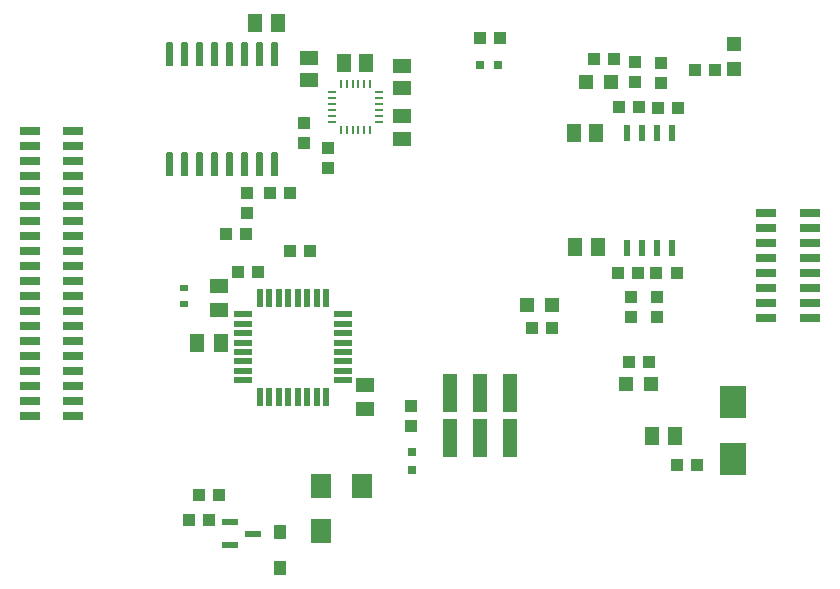
<source format=gbr>
G04 EAGLE Gerber RS-274X export*
G75*
%MOMM*%
%FSLAX34Y34*%
%LPD*%
%INSolderpaste Top*%
%IPPOS*%
%AMOC8*
5,1,8,0,0,1.08239X$1,22.5*%
G01*
%ADD10R,1.300000X1.500000*%
%ADD11R,1.500000X1.300000*%
%ADD12R,1.700000X2.100000*%
%ADD13R,1.000000X1.100000*%
%ADD14R,1.100000X1.000000*%
%ADD15R,0.560800X1.461200*%
%ADD16C,0.147500*%
%ADD17R,0.260000X0.790000*%
%ADD18R,0.790000X0.260000*%
%ADD19R,1.500000X0.550000*%
%ADD20R,0.550000X1.500000*%
%ADD21R,1.600000X1.300000*%
%ADD22R,1.300000X1.600000*%
%ADD23R,0.800000X0.600000*%
%ADD24R,2.200000X2.800000*%
%ADD25R,1.676400X0.736600*%
%ADD26R,1.120000X1.240000*%
%ADD27R,1.430000X0.600000*%
%ADD28R,1.270000X3.180000*%
%ADD29R,0.800000X0.800000*%
%ADD30R,1.200000X1.200000*%


D10*
X677110Y286485D03*
X658110Y286485D03*
X675858Y382584D03*
X656858Y382584D03*
X387059Y475723D03*
X406059Y475723D03*
X461920Y442240D03*
X480920Y442240D03*
D11*
X511081Y377718D03*
X511081Y396718D03*
X432786Y446426D03*
X432786Y427426D03*
X511234Y439608D03*
X511234Y420608D03*
D12*
X477281Y83489D03*
X442281Y45489D03*
X442281Y83489D03*
D13*
X379455Y297422D03*
X362455Y297422D03*
X416200Y282673D03*
X433200Y282673D03*
X743733Y263934D03*
X726733Y263934D03*
X694295Y264127D03*
X711295Y264127D03*
X694981Y404400D03*
X711981Y404400D03*
X745142Y404081D03*
X728142Y404081D03*
D14*
X704893Y226633D03*
X704893Y243633D03*
X726877Y226642D03*
X726877Y243642D03*
X708398Y425639D03*
X708398Y442639D03*
X730571Y425294D03*
X730571Y442294D03*
X380271Y332097D03*
X380271Y315097D03*
D13*
X399561Y332095D03*
X416561Y332095D03*
D14*
X428155Y374088D03*
X428155Y391088D03*
X448712Y353321D03*
X448712Y370321D03*
D13*
X331091Y54828D03*
X348091Y54828D03*
D15*
X701648Y285201D03*
X714348Y285201D03*
X727048Y285201D03*
X739748Y285201D03*
X739748Y382801D03*
X727048Y382801D03*
X714348Y382801D03*
X701648Y382801D03*
D16*
X401258Y440043D02*
X401258Y459069D01*
X405684Y459069D01*
X405684Y440043D01*
X401258Y440043D01*
X401258Y441444D02*
X405684Y441444D01*
X405684Y442845D02*
X401258Y442845D01*
X401258Y444246D02*
X405684Y444246D01*
X405684Y445647D02*
X401258Y445647D01*
X401258Y447048D02*
X405684Y447048D01*
X405684Y448449D02*
X401258Y448449D01*
X401258Y449850D02*
X405684Y449850D01*
X405684Y451251D02*
X401258Y451251D01*
X401258Y452652D02*
X405684Y452652D01*
X405684Y454053D02*
X401258Y454053D01*
X401258Y455454D02*
X405684Y455454D01*
X405684Y456855D02*
X401258Y456855D01*
X401258Y458256D02*
X405684Y458256D01*
X388558Y459069D02*
X388558Y440043D01*
X388558Y459069D02*
X392984Y459069D01*
X392984Y440043D01*
X388558Y440043D01*
X388558Y441444D02*
X392984Y441444D01*
X392984Y442845D02*
X388558Y442845D01*
X388558Y444246D02*
X392984Y444246D01*
X392984Y445647D02*
X388558Y445647D01*
X388558Y447048D02*
X392984Y447048D01*
X392984Y448449D02*
X388558Y448449D01*
X388558Y449850D02*
X392984Y449850D01*
X392984Y451251D02*
X388558Y451251D01*
X388558Y452652D02*
X392984Y452652D01*
X392984Y454053D02*
X388558Y454053D01*
X388558Y455454D02*
X392984Y455454D01*
X392984Y456855D02*
X388558Y456855D01*
X388558Y458256D02*
X392984Y458256D01*
X375858Y459069D02*
X375858Y440043D01*
X375858Y459069D02*
X380284Y459069D01*
X380284Y440043D01*
X375858Y440043D01*
X375858Y441444D02*
X380284Y441444D01*
X380284Y442845D02*
X375858Y442845D01*
X375858Y444246D02*
X380284Y444246D01*
X380284Y445647D02*
X375858Y445647D01*
X375858Y447048D02*
X380284Y447048D01*
X380284Y448449D02*
X375858Y448449D01*
X375858Y449850D02*
X380284Y449850D01*
X380284Y451251D02*
X375858Y451251D01*
X375858Y452652D02*
X380284Y452652D01*
X380284Y454053D02*
X375858Y454053D01*
X375858Y455454D02*
X380284Y455454D01*
X380284Y456855D02*
X375858Y456855D01*
X375858Y458256D02*
X380284Y458256D01*
X363158Y459069D02*
X363158Y440043D01*
X363158Y459069D02*
X367584Y459069D01*
X367584Y440043D01*
X363158Y440043D01*
X363158Y441444D02*
X367584Y441444D01*
X367584Y442845D02*
X363158Y442845D01*
X363158Y444246D02*
X367584Y444246D01*
X367584Y445647D02*
X363158Y445647D01*
X363158Y447048D02*
X367584Y447048D01*
X367584Y448449D02*
X363158Y448449D01*
X363158Y449850D02*
X367584Y449850D01*
X367584Y451251D02*
X363158Y451251D01*
X363158Y452652D02*
X367584Y452652D01*
X367584Y454053D02*
X363158Y454053D01*
X363158Y455454D02*
X367584Y455454D01*
X367584Y456855D02*
X363158Y456855D01*
X363158Y458256D02*
X367584Y458256D01*
X350458Y459069D02*
X350458Y440043D01*
X350458Y459069D02*
X354884Y459069D01*
X354884Y440043D01*
X350458Y440043D01*
X350458Y441444D02*
X354884Y441444D01*
X354884Y442845D02*
X350458Y442845D01*
X350458Y444246D02*
X354884Y444246D01*
X354884Y445647D02*
X350458Y445647D01*
X350458Y447048D02*
X354884Y447048D01*
X354884Y448449D02*
X350458Y448449D01*
X350458Y449850D02*
X354884Y449850D01*
X354884Y451251D02*
X350458Y451251D01*
X350458Y452652D02*
X354884Y452652D01*
X354884Y454053D02*
X350458Y454053D01*
X350458Y455454D02*
X354884Y455454D01*
X354884Y456855D02*
X350458Y456855D01*
X350458Y458256D02*
X354884Y458256D01*
X337758Y459069D02*
X337758Y440043D01*
X337758Y459069D02*
X342184Y459069D01*
X342184Y440043D01*
X337758Y440043D01*
X337758Y441444D02*
X342184Y441444D01*
X342184Y442845D02*
X337758Y442845D01*
X337758Y444246D02*
X342184Y444246D01*
X342184Y445647D02*
X337758Y445647D01*
X337758Y447048D02*
X342184Y447048D01*
X342184Y448449D02*
X337758Y448449D01*
X337758Y449850D02*
X342184Y449850D01*
X342184Y451251D02*
X337758Y451251D01*
X337758Y452652D02*
X342184Y452652D01*
X342184Y454053D02*
X337758Y454053D01*
X337758Y455454D02*
X342184Y455454D01*
X342184Y456855D02*
X337758Y456855D01*
X337758Y458256D02*
X342184Y458256D01*
X325058Y459069D02*
X325058Y440043D01*
X325058Y459069D02*
X329484Y459069D01*
X329484Y440043D01*
X325058Y440043D01*
X325058Y441444D02*
X329484Y441444D01*
X329484Y442845D02*
X325058Y442845D01*
X325058Y444246D02*
X329484Y444246D01*
X329484Y445647D02*
X325058Y445647D01*
X325058Y447048D02*
X329484Y447048D01*
X329484Y448449D02*
X325058Y448449D01*
X325058Y449850D02*
X329484Y449850D01*
X329484Y451251D02*
X325058Y451251D01*
X325058Y452652D02*
X329484Y452652D01*
X329484Y454053D02*
X325058Y454053D01*
X325058Y455454D02*
X329484Y455454D01*
X329484Y456855D02*
X325058Y456855D01*
X325058Y458256D02*
X329484Y458256D01*
X312358Y459069D02*
X312358Y440043D01*
X312358Y459069D02*
X316784Y459069D01*
X316784Y440043D01*
X312358Y440043D01*
X312358Y441444D02*
X316784Y441444D01*
X316784Y442845D02*
X312358Y442845D01*
X312358Y444246D02*
X316784Y444246D01*
X316784Y445647D02*
X312358Y445647D01*
X312358Y447048D02*
X316784Y447048D01*
X316784Y448449D02*
X312358Y448449D01*
X312358Y449850D02*
X316784Y449850D01*
X316784Y451251D02*
X312358Y451251D01*
X312358Y452652D02*
X316784Y452652D01*
X316784Y454053D02*
X312358Y454053D01*
X312358Y455454D02*
X316784Y455454D01*
X316784Y456855D02*
X312358Y456855D01*
X312358Y458256D02*
X316784Y458256D01*
X312358Y365969D02*
X312358Y346943D01*
X312358Y365969D02*
X316784Y365969D01*
X316784Y346943D01*
X312358Y346943D01*
X312358Y348344D02*
X316784Y348344D01*
X316784Y349745D02*
X312358Y349745D01*
X312358Y351146D02*
X316784Y351146D01*
X316784Y352547D02*
X312358Y352547D01*
X312358Y353948D02*
X316784Y353948D01*
X316784Y355349D02*
X312358Y355349D01*
X312358Y356750D02*
X316784Y356750D01*
X316784Y358151D02*
X312358Y358151D01*
X312358Y359552D02*
X316784Y359552D01*
X316784Y360953D02*
X312358Y360953D01*
X312358Y362354D02*
X316784Y362354D01*
X316784Y363755D02*
X312358Y363755D01*
X312358Y365156D02*
X316784Y365156D01*
X325058Y365969D02*
X325058Y346943D01*
X325058Y365969D02*
X329484Y365969D01*
X329484Y346943D01*
X325058Y346943D01*
X325058Y348344D02*
X329484Y348344D01*
X329484Y349745D02*
X325058Y349745D01*
X325058Y351146D02*
X329484Y351146D01*
X329484Y352547D02*
X325058Y352547D01*
X325058Y353948D02*
X329484Y353948D01*
X329484Y355349D02*
X325058Y355349D01*
X325058Y356750D02*
X329484Y356750D01*
X329484Y358151D02*
X325058Y358151D01*
X325058Y359552D02*
X329484Y359552D01*
X329484Y360953D02*
X325058Y360953D01*
X325058Y362354D02*
X329484Y362354D01*
X329484Y363755D02*
X325058Y363755D01*
X325058Y365156D02*
X329484Y365156D01*
X337758Y365969D02*
X337758Y346943D01*
X337758Y365969D02*
X342184Y365969D01*
X342184Y346943D01*
X337758Y346943D01*
X337758Y348344D02*
X342184Y348344D01*
X342184Y349745D02*
X337758Y349745D01*
X337758Y351146D02*
X342184Y351146D01*
X342184Y352547D02*
X337758Y352547D01*
X337758Y353948D02*
X342184Y353948D01*
X342184Y355349D02*
X337758Y355349D01*
X337758Y356750D02*
X342184Y356750D01*
X342184Y358151D02*
X337758Y358151D01*
X337758Y359552D02*
X342184Y359552D01*
X342184Y360953D02*
X337758Y360953D01*
X337758Y362354D02*
X342184Y362354D01*
X342184Y363755D02*
X337758Y363755D01*
X337758Y365156D02*
X342184Y365156D01*
X350458Y365969D02*
X350458Y346943D01*
X350458Y365969D02*
X354884Y365969D01*
X354884Y346943D01*
X350458Y346943D01*
X350458Y348344D02*
X354884Y348344D01*
X354884Y349745D02*
X350458Y349745D01*
X350458Y351146D02*
X354884Y351146D01*
X354884Y352547D02*
X350458Y352547D01*
X350458Y353948D02*
X354884Y353948D01*
X354884Y355349D02*
X350458Y355349D01*
X350458Y356750D02*
X354884Y356750D01*
X354884Y358151D02*
X350458Y358151D01*
X350458Y359552D02*
X354884Y359552D01*
X354884Y360953D02*
X350458Y360953D01*
X350458Y362354D02*
X354884Y362354D01*
X354884Y363755D02*
X350458Y363755D01*
X350458Y365156D02*
X354884Y365156D01*
X363158Y365969D02*
X363158Y346943D01*
X363158Y365969D02*
X367584Y365969D01*
X367584Y346943D01*
X363158Y346943D01*
X363158Y348344D02*
X367584Y348344D01*
X367584Y349745D02*
X363158Y349745D01*
X363158Y351146D02*
X367584Y351146D01*
X367584Y352547D02*
X363158Y352547D01*
X363158Y353948D02*
X367584Y353948D01*
X367584Y355349D02*
X363158Y355349D01*
X363158Y356750D02*
X367584Y356750D01*
X367584Y358151D02*
X363158Y358151D01*
X363158Y359552D02*
X367584Y359552D01*
X367584Y360953D02*
X363158Y360953D01*
X363158Y362354D02*
X367584Y362354D01*
X367584Y363755D02*
X363158Y363755D01*
X363158Y365156D02*
X367584Y365156D01*
X375858Y365969D02*
X375858Y346943D01*
X375858Y365969D02*
X380284Y365969D01*
X380284Y346943D01*
X375858Y346943D01*
X375858Y348344D02*
X380284Y348344D01*
X380284Y349745D02*
X375858Y349745D01*
X375858Y351146D02*
X380284Y351146D01*
X380284Y352547D02*
X375858Y352547D01*
X375858Y353948D02*
X380284Y353948D01*
X380284Y355349D02*
X375858Y355349D01*
X375858Y356750D02*
X380284Y356750D01*
X380284Y358151D02*
X375858Y358151D01*
X375858Y359552D02*
X380284Y359552D01*
X380284Y360953D02*
X375858Y360953D01*
X375858Y362354D02*
X380284Y362354D01*
X380284Y363755D02*
X375858Y363755D01*
X375858Y365156D02*
X380284Y365156D01*
X388558Y365969D02*
X388558Y346943D01*
X388558Y365969D02*
X392984Y365969D01*
X392984Y346943D01*
X388558Y346943D01*
X388558Y348344D02*
X392984Y348344D01*
X392984Y349745D02*
X388558Y349745D01*
X388558Y351146D02*
X392984Y351146D01*
X392984Y352547D02*
X388558Y352547D01*
X388558Y353948D02*
X392984Y353948D01*
X392984Y355349D02*
X388558Y355349D01*
X388558Y356750D02*
X392984Y356750D01*
X392984Y358151D02*
X388558Y358151D01*
X388558Y359552D02*
X392984Y359552D01*
X392984Y360953D02*
X388558Y360953D01*
X388558Y362354D02*
X392984Y362354D01*
X392984Y363755D02*
X388558Y363755D01*
X388558Y365156D02*
X392984Y365156D01*
X401258Y365969D02*
X401258Y346943D01*
X401258Y365969D02*
X405684Y365969D01*
X405684Y346943D01*
X401258Y346943D01*
X401258Y348344D02*
X405684Y348344D01*
X405684Y349745D02*
X401258Y349745D01*
X401258Y351146D02*
X405684Y351146D01*
X405684Y352547D02*
X401258Y352547D01*
X401258Y353948D02*
X405684Y353948D01*
X405684Y355349D02*
X401258Y355349D01*
X401258Y356750D02*
X405684Y356750D01*
X405684Y358151D02*
X401258Y358151D01*
X401258Y359552D02*
X405684Y359552D01*
X405684Y360953D02*
X401258Y360953D01*
X401258Y362354D02*
X405684Y362354D01*
X405684Y363755D02*
X401258Y363755D01*
X401258Y365156D02*
X405684Y365156D01*
D17*
X459377Y384956D03*
X464377Y384956D03*
X469377Y384956D03*
X474377Y384956D03*
X479377Y384956D03*
X484377Y384956D03*
D18*
X491577Y392156D03*
X491577Y397156D03*
X491577Y402156D03*
X491577Y407156D03*
X491577Y412156D03*
X491577Y417156D03*
D17*
X484377Y424356D03*
X479377Y424356D03*
X474377Y424356D03*
X469377Y424356D03*
X464377Y424356D03*
X459377Y424356D03*
D18*
X452177Y417156D03*
X452177Y412156D03*
X452177Y407156D03*
X452177Y402156D03*
X452177Y397156D03*
X452177Y392156D03*
D19*
X376957Y229271D03*
X376957Y221271D03*
X376957Y213271D03*
X376957Y205271D03*
X376957Y197271D03*
X376957Y189271D03*
X376957Y181271D03*
X376957Y173271D03*
D20*
X390957Y159271D03*
X398957Y159271D03*
X406957Y159271D03*
X414957Y159271D03*
X422957Y159271D03*
X430957Y159271D03*
X438957Y159271D03*
X446957Y159271D03*
D19*
X460957Y173271D03*
X460957Y181271D03*
X460957Y189271D03*
X460957Y197271D03*
X460957Y205271D03*
X460957Y213271D03*
X460957Y221271D03*
X460957Y229271D03*
D20*
X446957Y243271D03*
X438957Y243271D03*
X430957Y243271D03*
X422957Y243271D03*
X414957Y243271D03*
X406957Y243271D03*
X398957Y243271D03*
X390957Y243271D03*
D21*
X480330Y169278D03*
X480330Y149278D03*
X356667Y233107D03*
X356667Y253107D03*
D22*
X357722Y204907D03*
X337722Y204907D03*
D23*
X326838Y237545D03*
X326838Y251545D03*
D13*
X372653Y265179D03*
X389653Y265179D03*
D24*
X791284Y154742D03*
X791284Y106742D03*
D22*
X742809Y126055D03*
X722809Y126055D03*
D13*
X760854Y101371D03*
X743854Y101371D03*
X594038Y463352D03*
X577038Y463352D03*
D14*
X519291Y151980D03*
X519291Y134980D03*
D25*
X196215Y143510D03*
X233045Y143510D03*
X196215Y156210D03*
X233045Y156210D03*
X196215Y168910D03*
X233045Y168910D03*
X196215Y181610D03*
X233045Y181610D03*
X196215Y194310D03*
X233045Y194310D03*
X196215Y207010D03*
X233045Y207010D03*
X196215Y219710D03*
X233045Y219710D03*
X196215Y232410D03*
X233045Y232410D03*
X196215Y245110D03*
X233045Y245110D03*
X196215Y257810D03*
X233045Y257810D03*
X196215Y270510D03*
X233045Y270510D03*
X196215Y283210D03*
X233045Y283210D03*
X196215Y295910D03*
X233045Y295910D03*
X196215Y308610D03*
X233045Y308610D03*
X196215Y321310D03*
X233045Y321310D03*
X196215Y334010D03*
X233045Y334010D03*
X196215Y346710D03*
X233045Y346710D03*
X196215Y359410D03*
X233045Y359410D03*
X196215Y372110D03*
X233045Y372110D03*
X196215Y384810D03*
X233045Y384810D03*
D26*
X408318Y14710D03*
X408318Y44710D03*
D13*
X339207Y75905D03*
X356207Y75905D03*
D27*
X366035Y52941D03*
X366035Y33941D03*
X385235Y43441D03*
D13*
X703567Y188953D03*
X720567Y188953D03*
X621115Y217887D03*
X638115Y217887D03*
X690747Y445363D03*
X673747Y445363D03*
X759021Y436424D03*
X776021Y436424D03*
D28*
X551632Y124800D03*
X551632Y162900D03*
X577032Y124800D03*
X577032Y162900D03*
X602432Y124800D03*
X602432Y162900D03*
X551632Y124800D03*
X551632Y162900D03*
X577032Y124800D03*
X577032Y162900D03*
X602432Y124800D03*
X602432Y162900D03*
D25*
X819785Y226060D03*
X856615Y226060D03*
X819785Y238760D03*
X856615Y238760D03*
X819785Y251460D03*
X856615Y251460D03*
X819785Y264160D03*
X856615Y264160D03*
X819785Y276860D03*
X856615Y276860D03*
X819785Y289560D03*
X856615Y289560D03*
X819785Y302260D03*
X856615Y302260D03*
X819785Y314960D03*
X856615Y314960D03*
D29*
X592462Y440436D03*
X577462Y440436D03*
X519430Y97402D03*
X519430Y112402D03*
D30*
X701208Y170434D03*
X722208Y170434D03*
X616880Y237490D03*
X637880Y237490D03*
X791972Y458048D03*
X791972Y437048D03*
X687918Y426212D03*
X666918Y426212D03*
M02*

</source>
